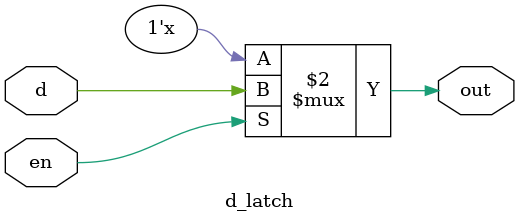
<source format=v>
module d_latch(d,en,out);
input d,en;
output out;

reg out;
always @(d or en)
if (en)
out<=d;

endmodule

</source>
